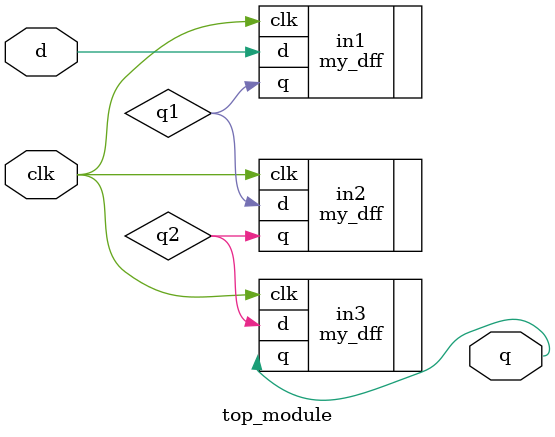
<source format=v>

module top_module ( input clk, input d, output q );
wire q1,q2;
    my_dff in1(.clk(clk),.d(d),.q(q1));
    my_dff in2(.clk(clk),.d(q1),.q(q2));
    my_dff in3(.clk(clk),.d(q2),.q(q));
endmodule


</source>
